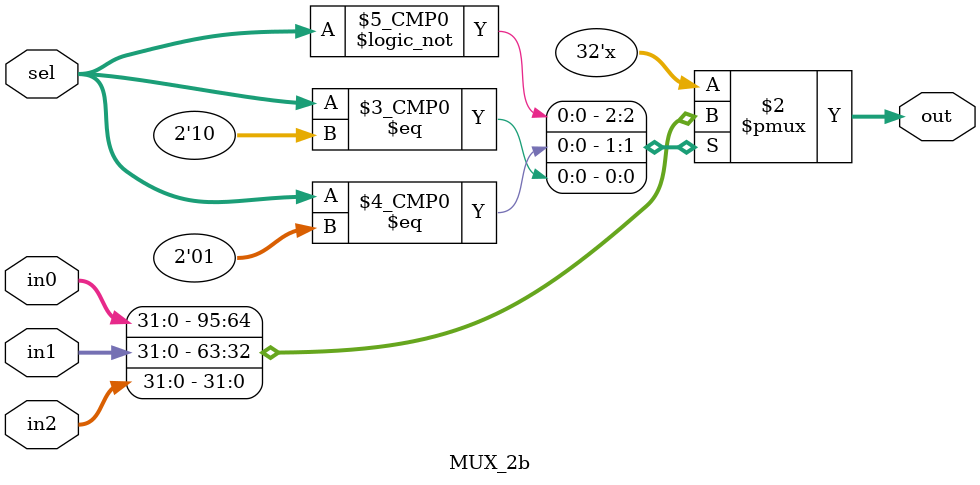
<source format=v>
`timescale 1ns / 1ps


//2b-SELECT MUX
module MUX_2b #(parameter WL=32)
(input[WL-1:0] in0, in1, in2, input[1:0] sel,
    output reg[WL-1:0] out);
    
    always @(*) begin
        case (sel)
            0: out <= in0;
            1: out <= in1;
            2: out <= in2;
        endcase
    end
endmodule

</source>
